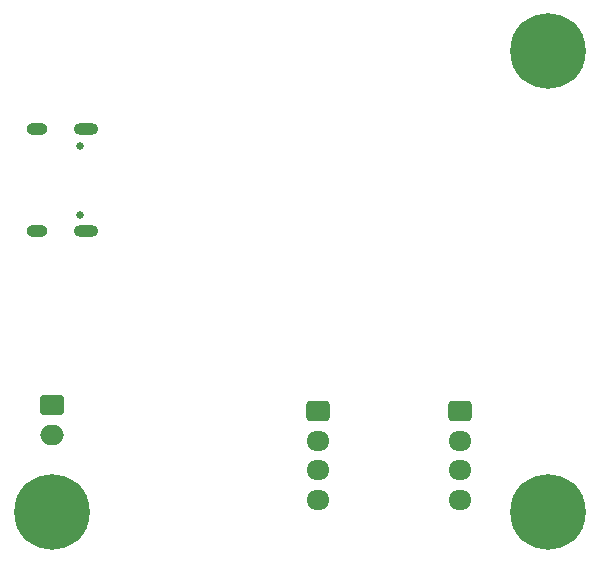
<source format=gbr>
%TF.GenerationSoftware,KiCad,Pcbnew,8.0.6*%
%TF.CreationDate,2025-01-02T16:39:55+00:00*%
%TF.ProjectId,stepper_monitor,73746570-7065-4725-9f6d-6f6e69746f72,rev?*%
%TF.SameCoordinates,Original*%
%TF.FileFunction,Soldermask,Bot*%
%TF.FilePolarity,Negative*%
%FSLAX46Y46*%
G04 Gerber Fmt 4.6, Leading zero omitted, Abs format (unit mm)*
G04 Created by KiCad (PCBNEW 8.0.6) date 2025-01-02 16:39:55*
%MOMM*%
%LPD*%
G01*
G04 APERTURE LIST*
G04 Aperture macros list*
%AMRoundRect*
0 Rectangle with rounded corners*
0 $1 Rounding radius*
0 $2 $3 $4 $5 $6 $7 $8 $9 X,Y pos of 4 corners*
0 Add a 4 corners polygon primitive as box body*
4,1,4,$2,$3,$4,$5,$6,$7,$8,$9,$2,$3,0*
0 Add four circle primitives for the rounded corners*
1,1,$1+$1,$2,$3*
1,1,$1+$1,$4,$5*
1,1,$1+$1,$6,$7*
1,1,$1+$1,$8,$9*
0 Add four rect primitives between the rounded corners*
20,1,$1+$1,$2,$3,$4,$5,0*
20,1,$1+$1,$4,$5,$6,$7,0*
20,1,$1+$1,$6,$7,$8,$9,0*
20,1,$1+$1,$8,$9,$2,$3,0*%
G04 Aperture macros list end*
%ADD10C,0.650000*%
%ADD11O,2.100000X1.000000*%
%ADD12O,1.800000X1.000000*%
%ADD13O,1.950000X1.700000*%
%ADD14RoundRect,0.250000X-0.725000X0.600000X-0.725000X-0.600000X0.725000X-0.600000X0.725000X0.600000X0*%
%ADD15C,0.800000*%
%ADD16C,6.400000*%
%ADD17RoundRect,0.250000X-0.750000X0.600000X-0.750000X-0.600000X0.750000X-0.600000X0.750000X0.600000X0*%
%ADD18O,2.000000X1.700000*%
G04 APERTURE END LIST*
D10*
%TO.C,J4*%
X6389600Y31947400D03*
X6389600Y26167400D03*
D11*
X6889600Y33377400D03*
D12*
X2709600Y33377400D03*
D11*
X6889600Y24737400D03*
D12*
X2709600Y24737400D03*
%TD*%
D13*
%TO.C,J1*%
X26500000Y2000000D03*
X26500000Y4500000D03*
X26500000Y7000000D03*
D14*
X26500000Y9500000D03*
%TD*%
D15*
%TO.C,H3*%
X43600000Y40000000D03*
X44302944Y41697056D03*
X44302944Y38302944D03*
X46000000Y42400000D03*
D16*
X46000000Y40000000D03*
D15*
X46000000Y37600000D03*
X47697056Y41697056D03*
X47697056Y38302944D03*
X48400000Y40000000D03*
%TD*%
D17*
%TO.C,J3*%
X4000000Y10000000D03*
D18*
X4000000Y7500000D03*
%TD*%
D15*
%TO.C,H4*%
X43600000Y1000000D03*
X44302944Y2697056D03*
X44302944Y-697056D03*
X46000000Y3400000D03*
D16*
X46000000Y1000000D03*
D15*
X46000000Y-1400000D03*
X47697056Y2697056D03*
X47697056Y-697056D03*
X48400000Y1000000D03*
%TD*%
%TO.C,H2*%
X1600000Y1000000D03*
X2302944Y2697056D03*
X2302944Y-697056D03*
X4000000Y3400000D03*
D16*
X4000000Y1000000D03*
D15*
X4000000Y-1400000D03*
X5697056Y2697056D03*
X5697056Y-697056D03*
X6400000Y1000000D03*
%TD*%
D13*
%TO.C,J2*%
X38500000Y2000000D03*
X38500000Y4500000D03*
X38500000Y7000000D03*
D14*
X38500000Y9500000D03*
%TD*%
M02*

</source>
